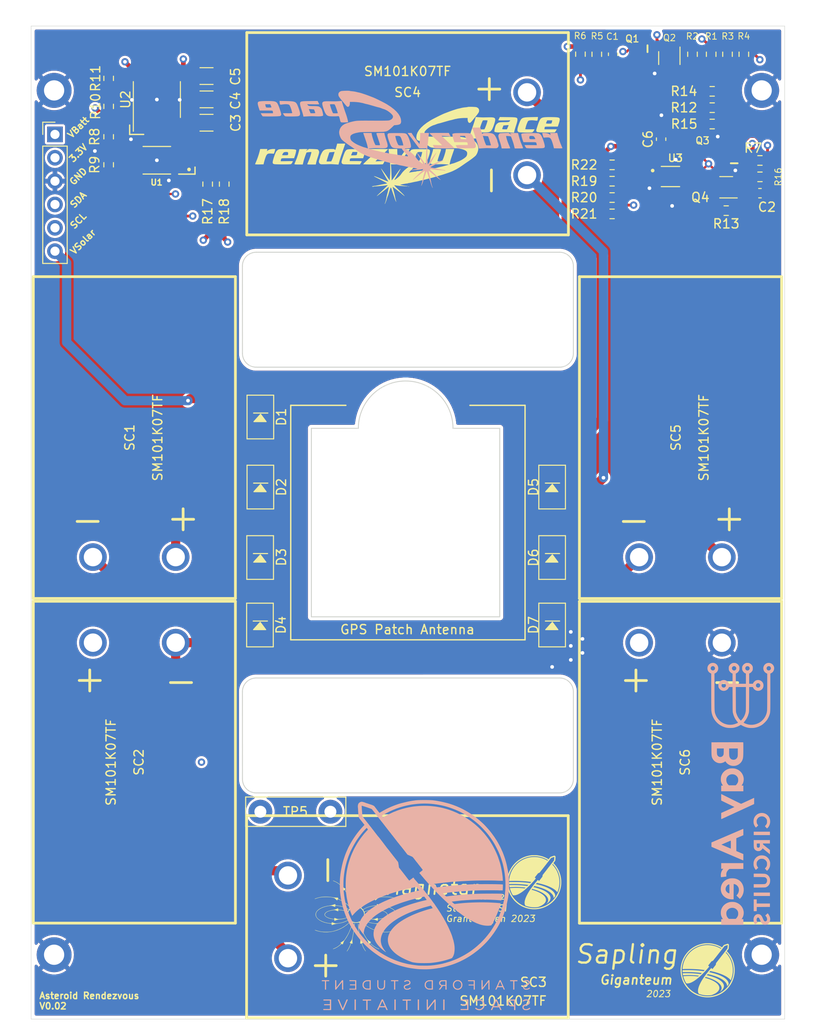
<source format=kicad_pcb>
(kicad_pcb (version 20221018) (generator pcbnew)
  (title_block (date "2022-08-16"))
  (layers (0 "F.Cu" signal) (1 "In1.Cu" signal) (2 "In2.Cu" signal) (3 "In3.Cu" signal) (4 "In4.Cu" signal) (31 "B.Cu" signal) (34 "B.Paste" user) (35 "F.Paste" user) (36 "B.SilkS" user "B.Silkscreen") (37 "F.SilkS" user "F.Silkscreen") (38 "B.Mask" user) (39 "F.Mask" user) (44 "Edge.Cuts" user))
  (net 0 "")
  (net 1 "Net-(Q1B-G1)")
  (net 2 "GND")
  (net 3 "Net-(Q3A-G2)")
  (net 4 "Net-(U1-VCC)")
  (net 5 "VBATT")
  (net 6 "+3V3")
  (net 7 "SDA")
  (net 8 "SCL")
  (net 9 "Net-(D1-A)")
  (net 10 "Net-(D2-A)")
  (net 11 "Net-(D3-A)")
  (net 12 "Net-(D4-A)")
  (net 13 "Net-(D5-A)")
  (net 14 "Net-(D6-A)")
  (net 15 "Net-(Q1A-G2)")
  (net 16 "Net-(Q1A-D1)")
  (net 17 "Net-(Q2A-B1)")
  (net 18 "Net-(Q3B-D2)")
  (net 19 "Coil_IN")
  (net 20 "Coil_OUT")
  (net 21 "Net-(Q3A-D1)")
  (net 22 "Net-(Q4A-B1)")
  (net 23 "Net-(U1-A1)")
  (net 24 "Net-(U1-A0)")
  (net 25 "Net-(U1-OUT2)")
  (net 26 "VSOLAR")
  (net 27 "SCL_ISO")
  (net 28 "SDA_ISO")
  (net 29 "Net-(U1-OUT1)")
  (net 30 "Net-(U3-ADDR)")
  (footprint "Resistor_SMD:R_0603_1608Metric" (layer "F.Cu") (at 175.406 46.876 180)
    (fp_text reference "R12")
    (fp_text value "100K")
  )
  (footprint "Resistor_SMD:R_0603_1608Metric" (layer "F.Cu") (at 164.514 56.65 180)
    (fp_text reference "R20")
    (fp_text value "0")
  )
  (footprint "Resistor_SMD:R_0603_1608Metric" (layer "F.Cu") (at 109.728 43.688 90)
    (fp_text reference "R11")
    (fp_text value "0")
  )
  (footprint "Capacitor_SMD:C_0603_1608Metric" (layer "F.Cu") (at 169.848 50.3 90)
    (fp_text reference "C6")
    (fp_text value "0.1uF")
  )
  (footprint "panels:SM101K07TF" (layer "F.Cu") (at 142.24 134.874 180)
    (fp_text reference "SC3")
    (fp_text value "SM101K07TF")
  )
  (footprint "panels:OPT3001" (layer "F.Cu") (at 170.864 54.364)
    (fp_text reference "U3")
    (fp_text value "OPT3001")
  )
  (footprint "panels:logo_SSI_small" (layer "F.Cu") (at 174.752 140.97)
    (fp_text reference "REF**" hide)
    (fp_text value "logo_SSI_small" hide)
  )
  (footprint "panels:logo_SSI_small" (layer "F.Cu") (at 155.882 131.39)
    (fp_text reference "REF**" hide)
    (fp_text value "logo_SSI_small" hide)
  )
  (footprint "Resistor_SMD:R_0603_1608Metric" (layer "F.Cu") (at 178.851 41.066 -90)
    (fp_text reference "R4")
    (fp_text value "10K")
  )
  (footprint "Capacitor_SMD:C_1206_3216Metric" (layer "F.Cu") (at 120.378 43.438 180)
    (fp_text reference "C5")
    (fp_text value "10uF")
  )
  (footprint "MountingHole:MountingHole_2.2mm_M2_DIN965_Pad_TopBottom" (layer "F.Cu") (at 180.792 138.997997)
    (fp_text reference "H30" hide)
    (fp_text value "~")
  )
  (footprint "Capacitor_SMD:C_1206_3216Metric" (layer "F.Cu") (at 120.378 48.513)
    (fp_text reference "C3")
    (fp_text value "10uF" hide)
  )
  (footprint "panels:BSS138DWQ-7" (layer "F.Cu") (at 176.931 51.723 180)
    (fp_text reference "Q3")
    (fp_text value "SOT65P210X110-6N" hide)
  )
  (footprint "panels:SM101K07TF" (layer "F.Cu") (at 112.522 118.058 90)
    (fp_text reference "SC2")
    (fp_text value "SM101K07TF")
  )
  (footprint "Resistor_SMD:R_0603_1608Metric" (layer "F.Cu") (at 175.406 45.098)
    (fp_text reference "R14")
    (fp_text value "10K")
  )
  (footprint "Resistor_SMD:R_0603_1608Metric" (layer "F.Cu") (at 162.849 41.066 90)
    (fp_text reference "R5")
    (fp_text value "200K")
  )
  (footprint "Package_SO:HTSOP-8-1EP_3.9x4.9mm_P1.27mm_EP2.4x3.2mm" (layer "F.Cu") (at 114.973 45.991 90)
    (fp_text reference "U2")
    (fp_text value "BD50GC0WEFJ")
  )
  (footprint "Resistor_SMD:R_0603_1608Metric" (layer "F.Cu") (at 177.073 41.066 90)
    (fp_text reference "R3")
    (fp_text value "10K")
  )
  (footprint "panels:DO-214AC" (layer "F.Cu") (at 157.988 95.8 -90)
    (fp_text reference "D6")
    (fp_text value "CDBA240LL")
  )
  (footprint "panels:DO-214AC" (layer "F.Cu") (at 126.238 80.518 -90)
    (fp_text reference "D1")
    (fp_text value "CDBA240LL")
  )
  (footprint "Resistor_SMD:R_0603_1608Metric" (layer "F.Cu") (at 109.728 46.736 90)
    (fp_text reference "R10")
    (fp_text value "0")
  )
  (footprint "Capacitor_SMD:C_0603_1608Metric" (layer "F.Cu") (at 180.606 56.176)
    (fp_text reference "C2")
    (fp_text value "10nF")
  )
  (footprint "panels:DRV8830DGQ" (layer "F.Cu") (at 114.973 52.595 180)
    (fp_text reference "U1")
    (fp_text value "DRV8830DGQ" hide)
  )
  (footprint "Capacitor_SMD:C_1206_3216Metric" (layer "F.Cu") (at 120.378 45.973)
    (fp_text reference "C4")
    (fp_text value "10uF" hide)
  )
  (footprint "panels:DO-214AC" (layer "F.Cu") (at 126.238 88.138 -90)
    (fp_text reference "D2")
    (fp_text value "CDBA240LL")
  )
  (footprint "Resistor_SMD:R_0603_1608Metric" (layer "F.Cu") (at 164.514 53.094)
    (fp_text reference "R22")
    (fp_text value "0")
  )
  (footprint "Resistor_SMD:R_0603_1608Metric" (layer "F.Cu") (at 180.603 52.617)
    (fp_text reference "R7")
    (fp_text value "0")
  )
  (footprint "Connector_PinHeader_2.54mm:PinHeader_1x06_P2.54mm_Vertical" (layer "F.Cu") (at 103.886 49.784)
    (fp_text reference "J6" hide)
    (fp_text value "Through_Hole_1")
  )
  (footprint "panels:SLAB_logo" (layer "F.Cu") (at 142.020362 50.769096)
    (fp_text reference "REF**" hide)
    (fp_text value "SLAB_logo" hide)
  )
  (footprint "Capacitor_SMD:C_0603_1608Metric" (layer "F.Cu") (at 164.627 41.066 90)
    (fp_text reference "C1")
    (fp_text value "10nF")
  )
  (footprint "Resistor_SMD:R_0603_1608Metric" (layer "F.Cu") (at 109.728 50.038 -90)
    (fp_text reference "R8")
    (fp_text value "0")
  )
  (footprint "panels:logo_magnet_1" (layer "F.Cu") (at 136.652 134.62)
    (fp_text reference "REF**" hide)
    (fp_text value "logo_magnet_1" hide)
  )
  (footprint "panels:DO-214AC" (layer "F.Cu") (at 126.214 95.8 -90)
    (fp_text reference "D3")
    (fp_text value "CDBA240LL")
  )
  (footprint "Resistor_SMD:R_0603_1608Metric" (layer "F.Cu") (at 176.931 58.073 180)
    (fp_text reference "R13")
    (fp_text value "680")
  )
  (footprint "panels:SM101K07TF" (layer "F.Cu") (at 112.522 82.752 -90)
    (fp_text reference "SC1")
    (fp_text value "SM101K07TF")
  )
  (footprint "Resistor_SMD:R_0603_1608Metric" (layer "F.Cu") (at 120.503 55.188 -90)
    (fp_text reference "R17")
    (fp_text value "0")
  )
  (footprint "Package_TO_SOT_SMD:SOT-363_SC-70-6" (layer "F.Cu") (at 176.931 55.533 180)
    (fp_text reference "Q4")
    (fp_text value "MBT2222ADW1T1")
  )
  (footprint "panels:SM101K07TF" (layer "F.Cu") (at 171.958 82.758 -90)
    (fp_text reference "SC5")
    (fp_text value "SM101K07TF")
  )
  (footprint "MountingHole:MountingHole_2.2mm_M2_DIN965_Pad_TopBottom" (layer "F.Cu") (at 103.792 44.997997)
    (fp_text reference "H25" hide)
    (fp_text value "~")
  )
  (footprint "Resistor_SMD:R_0603_1608Metric" (layer "F.Cu") (at 109.728 53.086 -90)
    (fp_text reference "R9")
    (fp_text value "0")
  )
  (footprint "Resistor_SMD:R_0603_1608Metric" (layer "F.Cu") (at 180.606 54.398)
    (fp_text reference "R16")
    (fp_text value "200K")
  )
  (footprint "Package_TO_SOT_SMD:SOT-363_SC-70-6" (layer "F.Cu") (at 170.744 41.481 -90)
    (fp_text reference "Q2")
    (fp_text value "MBT2222ADW1T1")
  )
  (footprint "panels:BSS138DWQ-7" (layer "F.Cu") (at 167.167 41.331 -90)
    (fp_text reference "Q1")
    (fp_text value "SOT65P210X110-6N" hide)
  )
  (footprint "Resistor_SMD:R_0603_1608Metric" (layer "F.Cu") (at 175.406 48.654 180)
    (fp_text reference "R15")
    (fp_text value "10K")
  )
  (footprint "Resistor_SMD:R_0603_1608Metric" (layer "F.Cu") (at 173.263 41.066 90)
    (fp_text reference "R2")
    (fp_text value "680")
  )
  (footprint "Resistor_SMD:R_0603_1608Metric" (layer "F.Cu") (at 164.514 58.428 180)
    (fp_text reference "R21")
    (fp_text value "0")
  )
  (footprint "Resistor_SMD:R_0603_1608Metric" (layer "F.Cu") (at 161.069 41.056 90)
    (fp_text reference "R6")
    (fp_text value "0")
  )
  (footprint "MountingHole:MountingHole_2.2mm_M2_DIN965_Pad_TopBottom" (layer "F.Cu") (at 103.792 138.997997)
    (fp_text reference "H28" hide)
    (fp_text value "~")
  )
  (footprint "panels:DO-214AC" (layer "F.Cu") (at 157.988 103.14 -90)
    (fp_text reference "D7")
    (fp_text value "CDBA240LL")
  )
  (footprint "panels:DO-214AC" (layer "F.Cu") (at 126.194 103.14 -90)
    (fp_text reference "D4")
    (fp_text value "CDBA240LL")
  )
  (footprint "panels:SM101K07TF" (layer "F.Cu") (at 142.26 49.71)
    (fp_text reference "SC4")
    (fp_text value "SM101K07TF")
  )
  (footprint "MountingHole:MountingHole_2.2mm_M2_DIN965_Pad_TopBottom" (layer "F.Cu") (at 180.792 44.997997)
    (fp_text reference "H27" hide)
    (fp_text value "~" hide)
  )
  (footprint "Resistor_SMD:R_0603_1608Metric" (layer "F.Cu") (at 164.514 54.872)
    (fp_text reference "R19")
    (fp_text value "0")
  )
  (footprint "Resistor_SMD:R_0603_1608Metric" (layer "F.Cu") (at 175.295 41.066 -90)
    (fp_text reference "R1")
    (fp_text value "100K")
  )
  (footprint "Resistor_SMD:R_0603_1608Metric" (layer "F.Cu") (at 122.303 55.188 -90)
    (fp_text reference "R18")
    (fp_text value "0")
  )
  (footprint "panels:TestPointConnection" (layer "F.Cu") (at 130.058 123.944)
    (fp_text reference "TP5")
    (fp_text value "Start/End Connection" hide)
  )
  (footprint "panels:DO-214AC" (layer "F.Cu") (at 157.988 88.138 -90)
    (fp_text reference "D5")
    (fp_text value "CDBA240LL")
  )
  (footprint "panels:SM101K07TF" (layer "F.Cu") (at 171.958 118.066 90)
    (fp_text reference "SC6")
    (fp_text value "SM101K07TF")
  )
  (footprint "panels:SLAB_logo" (layer "B.Cu") (at 142.748 49.022 180)
    (fp_text reference "REF**" hide)
    (fp_text value "SLAB_logo" hide)
  )
  (footprint "panels:logo_SSI" (layer "B.Cu") (at 143.877237 132.058228 180)
    (fp_text reference "REF**" hide)
    (fp_text value "logo_SSI" hide)
  )
  (footprint "panels:BAC_logo" (layer "B.Cu") (at 178.1 121.73 -90)
    (fp_text reference "REF**" hide)
    (fp_text value "BAC_logo" hide)
  )
  (gr_line (start 129.542 79.247997) (end 135.542 79.247997) (stroke (width 0.15)) (layer "F.SilkS"))
  (gr_line (start 149.042 79.247997) (end 155.042 79.247997) (stroke (width 0.15)) (layer "F.SilkS"))
  (gr_line (start 112.014 49.784) (end 112.014 48.768) (stroke (width 0.15)) (layer "F.SilkS"))
  (gr_line (start 129.542 104.747997) (end 155.042 104.747997) (stroke (width 0.15)) (layer "F.SilkS"))
  (gr_line (start 113.538 49.784) (end 112.014 49.784) (stroke (width 0.15)) (layer "F.SilkS"))
  (gr_line (start 119.126 54.102) (end 119.126 53.34) (stroke (width 0.15)) (layer "F.SilkS"))
  (gr_line (start 117.348 54.102) (end 119.126 54.102) (stroke (width 0.15)) (layer "F.SilkS"))
  (gr_line (start 155.042 104.747997) (end 155.042 79.247997) (stroke (width 0.15)) (layer "F.SilkS"))
  (gr_line (start 129.542 104.747997) (end 129.542 79.247997) (stroke (width 0.15)) (layer "F.SilkS"))
  (gr_line (start 101.292 145.997997) (end 183.292 145.997997) (stroke (width 0.05)) (layer "Edge.Cuts"))
  (gr_line (start 131.79 102.247994) (end 131.79 81.747994) (stroke (width 0.1)) (layer "Edge.Cuts"))
  (gr_line (start 183.292 37.997997) (end 101.292 37.997997) (stroke (width 0.05)) (layer "Edge.Cuts"))
  (gr_line (start 136.9 81.75) (end 131.79 81.747994) (stroke (width 0.1)) (layer "Edge.Cuts"))
  (gr_arc (start 125.78917 75.097667) (mid 124.72851 74.658327) (end 124.28917 73.597667) (stroke (width 0.1)) (layer "Edge.Cuts"))
  (gr_arc (start 160.3 119.9) (mid 159.86066 120.96066) (end 158.8 121.4) (stroke (width 0.1)) (layer "Edge.Cuts"))
  (gr_arc (start 124.28566 110.40066) (mid 124.725 109.34) (end 125.78566 108.90066) (stroke (width 0.1)) (layer "Edge.Cuts"))
  (gr_line (start 183.292 145.997997) (end 183.292 37.997997) (stroke (width 0.05)) (layer "Edge.Cuts"))
  (gr_line (start 160.299171 64.097667) (end 160.29917 73.597667) (stroke (width 0.1)) (layer "Edge.Cuts"))
  (gr_arc (start 125.79 121.4) (mid 124.72934 120.96066) (end 124.29 119.9) (stroke (width 0.1)) (layer "Edge.Cuts"))
  (gr_arc (start 160.29917 73.597667) (mid 159.85983 74.658327) (end 158.79917 75.097667) (stroke (width 0.1)) (layer "Edge.Cuts"))
  (gr_line (start 152.29 102.247994) (end 152.29 81.747994) (stroke (width 0.1)) (layer "Edge.Cuts"))
  (gr_line (start 101.292 145.997997) (end 101.292 37.997997) (stroke (width 0.05)) (layer "Edge.Cuts"))
  (gr_line (start 158.799171 62.597667) (end 125.78483 62.598327) (stroke (width 0.1)) (layer "Edge.Cuts"))
  (gr_arc (start 136.9 81.75) (mid 142.05 76.597954) (end 147.2 81.75) (stroke (width 0.1)) (layer "Edge.Cuts"))
  (gr_line (start 124.28917 73.597667) (end 124.28483 64.098327) (stroke (width 0.1)) (layer "Edge.Cuts"))
  (gr_line (start 147.2 81.75) (end 152.29 81.747994) (stroke (width 0.1)) (layer "Edge.Cuts"))
  (gr_arc (start 124.28483 64.098327) (mid 124.72417 63.037667) (end 125.78483 62.598327) (stroke (width 0.1)) (layer "Edge.Cuts"))
  (gr_arc (start 158.799171 62.597667) (mid 159.859831 63.037007) (end 160.299171 64.097667) (stroke (width 0.1)) (layer "Edge.Cuts"))
  (gr_line (start 125.79 121.4) (end 158.8 121.4) (stroke (width 0.1)) (layer "Edge.Cuts"))
  (gr_arc (start 158.800001 108.9) (mid 159.860661 109.33934) (end 160.300001 110.4) (stroke (width 0.1)) (layer "Edge.Cuts"))
  (gr_line (start 131.79 102.247994) (end 152.29 102.247994) (stroke (width 0.1)) (layer "Edge.Cuts"))
  (gr_line (start 124.29 119.9) (end 124.28566 110.40066) (stroke (width 0.1)) (layer "Edge.Cuts"))
  (gr_line (start 125.78917 75.097667) (end 158.79917 75.097667) (stroke (width 0.1)) (layer "Edge.Cuts"))
  (gr_line (start 158.800001 108.9) (end 125.78566 108.90066) (stroke (width 0.1)) (layer "Edge.Cuts"))
  (gr_line (start 160.300001 110.4) (end 160.3 119.9) (stroke (width 0.1)) (layer "Edge.Cuts"))
  (gr_text "Stanford SSI \nGrant Regen 2023" (at 146.382 134.51) (layer "F.SilkS") (effects (font (size 0.7 0.7) (thickness 0.1) italic) (justify left)))
  (gr_text "GPS Patch Antenna" (at 142.24 103.632) (layer "F.SilkS") (effects (font (size 1 1))))
  (gr_text "VBatt" (at 106.426 49.022 45) (layer "F.SilkS") (effects (font (size 0.7 0.7))))
  (gr_text "Ver 0.2" (at 151.432 132.73) (layer "F.SilkS") (effects (font (size 0.5 0.5) (thickness 0.1))))
  (gr_text "VSolar" (at 106.934 61.468 45) (layer "F.SilkS") (effects (font (size 0.7 0.7))))
  (gr_text "Asteroid Rendezvous\nV0.02 " (at 102.108 144.018) (layer "F.SilkS") (effects (font (size 0.7 0.7)) (justify left)))
  (gr_text "2023" (at 168.148 143.256) (layer "F.SilkS") (effects (font (size 0.7 0.7) (thickness 0.1) italic) (justify left)))
  (gr_text "SDA" (at 106.426 56.896 45) (layer "F.SilkS") (effects (font (size 0.7 0.7))))
  (gr_text "GND" (at 106.426 54.356 45) (layer "F.SilkS") (effects (font (size 0.7 0.7))))
  (gr_text "Sapling" (at 166.116 138.938) (layer "F.SilkS") (effects (font (size 2 2) (thickness 0.25) italic)))
  (gr_text "3.3V" (at 106.426 51.816 45) (layer "F.SilkS") (effects (font (size 0.7 0.7))))
  (gr_text "Giganteum" (at 167.132 141.732) (layer "F.SilkS") (effects (font (size 1 1) (thickness 0.18) italic)))
  (gr_text "Magnetar" (at 144.862 131.71) (layer "F.SilkS") (effects (font (size 1.5 1.5) (thickness 0.2) italic)))
  (gr_text "SCL" (at 106.426 59.182 45) (layer "F.SilkS") (effects (font (size 0.7 0.7))))
  (segment (start 165.477 41.623) (end 167.115 41.623) (width 0.306) (layer "F.Cu") (net 1))
  (segment (start 164.627 41.841) (end 165.259 41.841) (width 0.306) (layer "F.Cu") (net 1))
  (segment (start 162.849 41.891) (end 164.577 41.891) (width 0.5) (layer "F.Cu") (net 1))
  (segment (start 167.115 41.623) (end 167.167 41.675) (width 0.306) (layer "F.Cu") (net 1))
  (segment (start 167.167 41.675) (end 167.167 42.281) (width 0.306) (layer "F.Cu") (net 1))
  (segment (start 164.577 41.891) (end 164.627 41.841) (width 0.5) (layer "F.Cu") (net 1))
  (segment (start 165.259 41.841) (end 165.477 41.623) (width 0.306) (layer "F.Cu") (net 1))
  (segment (start 164.627 40.291) (end 164.409 40.291) (width 0.25) (layer "F.Cu") (net 2))
  (segment (start 114.9745 45.9925) (end 114.973 45.991) (width 0.5) (layer "F.Cu") (net 2))
  (segment (start 115.608 48.641) (end 116.878 48.641) (width 0.5) (layer "F.Cu") (net 2))
  (segment (start 117.073 51.595) (end 115.973 51.595) (width 0.29) (layer "F.Cu") (net 2))
  (segment (start 114.338 43.341) (end 115.608 43.341) (width 0.5) (layer "F.Cu") (net 2))
  (segment (start 164.219 40.291) (end 163.629 40.881) (width 0.25) (layer "F.Cu") (net 2))
  (segment (start 114.338 45.356) (end 114.973 45.991) (width 0.5) (layer "F.Cu") (net 2))
  (segment (start 116.878 47.896) (end 114.9745 45.9925) (width 0.5) (layer "F.Cu") (net 2))
  (segment (start 116.878 48.641) (end 116.878 47.896) (width 0.5) (layer "F.Cu") (net 2))
  (segment (start 115.608 43.341) (end 115.608 45.356) (width 0.5) (layer "F.Cu") (net 2))
  (segment (start 115.608 46.626) (end 114.973 45.991) (width 0.5) (layer "F.Cu") (net 2))
  (segment (start 164.627 40.291) (end 164.219 40.291) (width 0.25) (layer "F.Cu") (net 2))
  (segment (start 169.869 55.014) (end 169.869 55.565) (width 0.25) (layer "F.Cu") (net 2))
  (segment (start 115.473 53.095) (end 114.973 52.595) (width 0.3) (layer "F.Cu") (net 2))
  (segment (start 115.973 51.595) (end 114.973 52.595) (width 0.29) (layer "F.Cu") (net 2))
  (segment (start 115.608 45.356) (end 114.973 45.991) (width 0.5) (layer "F.Cu") (net 2))
  (segment (start 115.608 48.641) (end 115.608 46.626) (width 0.5) (layer "F.Cu") (net 2))
  (segment (start 164.409 40.291) (end 163.719 40.981) (width 0.25) (layer "F.Cu") (net 2))
  (segment (start 117.073 53.095) (end 115.473 53.095) (width 0.28) (layer "F.Cu") (net 2))
  (segment (start 114.338 43.341) (end 114.338 45.356) (width 0.5) (layer "F.Cu") (net 2))
  (via (at 169.144 43.156) (size 0.8) (drill 0.4) (layers "F.Cu" "B.Cu") (net 2))
  (via (at 169.881 47.698) (size 0.8) (drill 0.4) (layers "F.Cu" "B.Cu") (net 2))
  (via (at 117.457 46.02) (size 0.8) (drill 0.4) (layers "F.Cu" "B.Cu") (net 2))
  (via (at 114.973 52.595) (size 0.8) (drill 0.4) (layers "F.Cu" "B.Cu") (net 2))
  (via (at 176.01 50.02) (size 0.8) (drill 0.4) (layers "F.Cu" "B.Cu") (net 2))
  (via (at 116.278 54.788) (size 0.8) (drill 0.4) (layers "F.Cu" "B.Cu") (net 2))
  (via (at 160.02 103.886) (size 0.8) (drill 0.4) (layers "F.Cu" "B.Cu") (net 2))
  (via (at 160.02 105.41) (size 0.8) (drill 0.4) (layers "F.Cu" "B.Cu") (net 2))
  (via (at 157.988 107.696) (size 0.8) (drill 0.4) (layers "F.Cu" "B.Cu") (net 2))
  (via (at 161.29 104.648) (size 0.8) (drill 0.4) (layers "F.Cu" "B.Cu") (net 2))
  (via (at 160.02 106.934) (size 0.8) (drill 0.4) (layers "F.Cu" "B.Cu") (net 2))
  (via (at 177.926 53.698) (size 0.8) (drill 0.4) (layers "F.Cu" "B.Cu") (net 2))
  (via (at 171.436 52.528) (size 0.8) (drill 0.4) (layers "F.Cu" "B.Cu") (net 2))
  (via (at 112.153 50.313) (size 0.8) (drill 0.4) (layers "F.Cu" "B.Cu") (net 2))
  (via (at 114.9745 45.9925) (size 0.8) (drill 0.4) (layers "F.Cu" "B.Cu") (net 2))
  (via (at 108.228 51.588) (size 0.8) (drill 0.4) (layers "F.Cu" "B.Cu") (net 2))
  (via (at 161.29 106.172) (size 0.8) (drill 0.4) (layers "F.Cu" "B.Cu") (net 2))
  (via (at 112.257 46.03) (size 0.8) (drill 0.4) (layers "F.Cu" "B.Cu") (net 2))
  (via (at 168.578 55.634) (size 0.8) (drill 0.4) (layers "F.Cu" "B.Cu") (net 2))
  (via (at 171.046 57.558) (size 0.8) (drill 0.4) (layers "F.Cu" "B.Cu") (net 2))
  (segment (start 178.391 51.723) (end 177.881 51.723) (width 0.25) (layer "F.Cu") (net 3))
  (segment (start 179.831 54.448) (end 179.781 54.398) (width 0.5) (layer "F.Cu") (net 3))
  (segment (start 179.781 54.398) (end 180.51 53.669) (width 0.25) (layer "F.Cu") (net 3))
  (segment (start 179.831 56.176) (end 179.831 54.448) (width 0.5) (layer "F.Cu") (net 3))
  (segment (start 179.477624 50.04) (end 178.68 50.837624) (width 0.25) (layer "F.Cu") (net 3))
  (segment (start 180.082376 50.04) (end 179.477624 50.04) (width 0.25) (layer "F.Cu") (net 3))
  (segment (start 178.68 50.837624) (end 178.68 51.434) (width 0.25) (layer "F.Cu") (net 3))
  (segment (start 178.68 51.434) (end 178.391 51.723) (width 0.25) (layer "F.Cu") (net 3))
  (segment (start 180.51 53.669) (end 180.51 50.467624) (width 0.25) (layer "F.Cu") (net 3))
  (segment (start 179.781 54.398) (end 179.586 54.398) (width 0.25) (layer "F.Cu") (net 3))
  (segment (start 180.51 50.467624) (end 180.082376 50.04) (width 0.25) (layer "F.Cu") (net 3))
  (segment (start 115.653 50.463) (end 119.253 50.463) (width 0.306) (layer "F.Cu") (net 4))
  (segment (start 114.338 49.673) (end 115.128 50.463) (width 0.306) (layer "F.Cu") (net 4))
  (segment (start 121.853 48.838) (end 121.853 48.513) (width 0.3) (layer "F.Cu") (net 4))
  (segment (start 114.338 48.641) (end 114.338 49.673) (width 0.306) (layer "F.Cu") (net 4))
  (segment (start 119.253 50.463) (end 119.7405 50.9505) (width 0.306) (layer "F.Cu") (net 4))
  (segment (start 121.853 45.973) (end 121.853 48.513) (width 1) (layer "F.Cu") (net 4))
  (segment (start 118.172022 52.095) (end 119.316522 50.9505) (width 0.25) (layer "F.Cu") (net 4))
  (segment (start 113.068 48.641) (end 113.068 49.828) (width 0.306) (layer "F.Cu") (net 4))
  (segment (start 115.128 50.463) (end 115.653 50.463) (width 0.306) (layer "F.Cu") (net 4))
  (segment (start 117.073 52.095) (end 118.172022 52.095) (width 0.25) (layer "F.Cu") (net 4))
  (segment (start 119.316522 50.9505) (end 119.7405 50.9505) (width 0.25) (layer "F.Cu") (net 4))
  (segment (start 119.7405 50.9505) (end 121.853 48.838) (width 0.3) (layer "F.Cu") (net 4))
  (segment (start 113.703 50.463) (end 115.653 50.463) (width 0.306) (layer "F.Cu") (net 4))
  (segment (start 113.068 49.828) (end 113.703 50.463) (width 0.306) (layer "F.Cu") (net 4))
  (segment (start 113.068 48.641) (end 114.338 48.641) (width 0.5) (layer "F.Cu") (net 4))
  (segment (start 112.956 43.341) (end 111.503 41.888) (width 0.5) (layer "F.Cu") (net 5))
  (segment (start 109.728 47.561) (end 108.904 47.561) (width 0.5) (layer "F.Cu") (net 5))
  (segment (start 108.904 47.561) (end 108.257 46.914) (width 0.5) (layer "F.Cu") (net 5))
  (segment (start 117.853 42.366) (end 116.878 43.341) (width 0.5) (layer "F.Cu") (net 5))
  (segment (start 113.068 43.341) (end 112.956 43.341) (width 0.5) (layer "F.Cu") (net 5))
  (segment (start 117.853 41.588) (end 117.853 42.388) (width 0.5) (layer "F.Cu") (net 5))
  (segment (start 117.853 42.388) (end 118.903 43.438) (width 0.5) (layer "F.Cu") (net 5))
  (segment (start 109.728 47.561) (end 109.728 49.213) (width 0.5) (layer "F.Cu") (net 5))
  (segment (start 117.853 41.588) (end 117.853 42.366) (width 0.5) (layer "F.Cu") (net 5))
  (via (at 117.853 41.588) (size 0.8) (drill 0.4) (layers "F.Cu" "B.Cu") (net 5))
  (via (at 108.257 46.914) (size 0.8) (drill 0.4) (layers "F.Cu" "B.Cu") (net 5))
  (via (at 111.503 41.888) (size 0.8) (drill 0.4) (layers "F.Cu" "B.Cu") (net 5))
  (segment (start 169.848 51.075) (end 171.679 51.075) (width 0.5) (layer "F.Cu") (net 6))
  (segment (start 169.848 51.075) (end 169.848 53.693) (width 0.306) (layer "F.Cu") (net 6))
  (segment (start 174.581 46.876) (end 174.581 48.654) (width 0.5) (layer "F.Cu") (net 6))
  (segment (start 169.848 53.693) (end 169.869 53.714) (width 0.306) (layer "F.Cu") (net 6))
  (segment (start 163.689 51.779) (end 163.689 53.094) (width 0.5) (layer "F.Cu") (net 6))
  (segment (start 164.393 51.075) (end 164.376 51.092) (width 0.5) (layer "F.Cu") (net 6))
  (segment (start 164.376 51.092) (end 163.689 51.779) (width 0.5) (layer "F.Cu") (net 6))
  (segment (start 174.581 45.098) (end 174.581 44.544) (width 0.5) (layer "F.Cu") (net 6))
  (segment (start 174.1 48.654) (end 174.581 48.654) (width 0.5) (layer "F.Cu") (net 6))
  (segment (start 175.295 41.891) (end 177.073 41.891) (width 0.5) (layer "F.Cu") (net 6))
  (segment (start 175.295 41.891) (end 175.295 43.83) (width 0.5) (layer "F.Cu") (net 6))
  (segment (start 171.679 51.075) (end 174.1 48.654) (width 0.5) (layer "F.Cu") (net 6))
  (segment (start 174.581 44.544) (end 175.295 43.83) (width 0.5) (layer "F.Cu") (net 6))
  (segment (start 177.073 41.891) (end 178.851 41.891) (width 0.5) (layer "F.Cu") (net 6))
  (segment (start 169.848 51.075) (end 164.393 51.075) (width 0.5) (layer "F.Cu") (net 6))
  (segment (start 174.581 45.098) (end 174.581 46.876) (width 0.5) (layer "F.Cu") (net 6))
  (via (at 164.376 51.092) (size 0.8) (drill 0.4) (layers "F.Cu" "B.Cu") (net 6))
  (segment (start 179.778 52.617) (end 179.78 52.615) (width 0.5) (layer "F.Cu") (net 7))
  (segment (start 178.651 54.883) (end 179.051 54.483) (width 0.25) (layer "F.Cu") (net 7))
  (segment (start 178.651 54.883) (end 178.706 54.938) (width 0.25) (layer "F.Cu") (net 7))
  (segment (start 179.051 54.483) (end 179.051 53.903467) (width 0.25) (layer "F.Cu") (net 7))
  (segment (start 178.706 56.038) (end 178.561 56.183) (width 0.25) (layer "F.Cu") (net 7))
  (segment (start 179.778 53.176467) (end 179.778 52.617) (width 0.25) (layer "F.Cu") (net 7))
  (segment (start 177.881 56.183) (end 177.891 56.183) (width 0.306) (layer "F.Cu") (net 7))
  (segment (start 177.881 54.883) (end 178.651 54.883) (width 0.25) (layer "F.Cu") (net 7))
  (segment (start 178.561 56.183) (end 177.881 56.183) (width 0.25) (layer "F.Cu") (net 7))
  (segment (start 179.78 52.615) (end 179.78 50.77) (width 0.5) (layer "F.Cu") (net 7))
  (segment (start 178.706 54.938) (end 178.706 56.038) (width 0.25) (layer "F.Cu") (net 7))
  (segment (start 179.051 53.903467) (end 179.778 53.176467) (width 0.25) (layer "F.Cu") (net 7))
  (via (at 179.78 50.77) (size 0.8) (drill 0.4) (layers "F.Cu" "B.Cu") (net 7))
  (segment (start 170.238 39.756) (end 171.199022 39.756) (width 0.306) (layer "F.Cu") (net 8))
  (segment (start 169.763 39.9) (end 169.394 39.531) (width 0.306) (layer "F.Cu") (net 8))
  (segment (start 161.069 43.856) (end 161.069 41.881) (width 0.306) (layer "F.Cu") (net 8))
  (segment (start 170.094 39.9) (end 169.763 39.9) (width 0.306) (layer "F.Cu") (net 8))
  (segment (start 171.199022 39.756) (end 171.394 39.950978) (width 0.306) (layer "F.Cu") (net 8))
  (segment (start 171.394 39.950978) (end 171.394 40.531) (width 0.306) (layer "F.Cu") (net 8))
  (segment (start 170.094 39.9) (end 170.238 39.756) (width 0.306) (layer "F.Cu") (net 8))
  (segment (start 169.394 39.531) (end 169.394 38.95) (width 0.306) (layer "F.Cu") (net 8))
  (segment (start 170.094 40.531) (end 170.094 39.9) (width 0.306) (layer "F.Cu") (net 8))
  (via (at 169.394 38.95) (size 0.8) (drill 0.4) (layers "F.Cu" "B.Cu") (net 8))
  (via (at 161.069 43.856) (size 0.8) (drill 0.4) (layers "F.Cu" "B.Cu") (net 8))
  (segment (start 117.022 91.258) (end 122.142 86.138) (width 1) (layer "F.Cu") (net 9))
  (segment (start 122.142 86.138) (end 126.238 86.138) (width 1) (layer "F.Cu") (net 9))
  (segment (start 126.238 82.518) (end 126.238 86.138) (width 1) (layer "F.Cu") (net 9))
  (segment (start 117.022 95.752) (end 117.022 91.258) (width 1) (layer "F.Cu") (net 9))
  (segment (start 120.192 99.822) (end 126.214 93.8) (width 1) (layer "F.Cu") (net 10))
  (segment (start 112.092 99.822) (end 120.192 99.822) (width 1) (layer "F.Cu") (net 10))
  (segment (start 108.022 95.752) (end 112.092 99.822) (width 1) (layer "F.Cu") (net 10))
  (segment (start 126.214 90.162) (end 126.238 90.138) (width 1) (layer "F.Cu") (net 10))
  (segment (start 126.214 93.8) (end 126.214 90.162) (width 1) (layer "F.Cu") (net 10))
  (segment (start 126.194 101.14) (end 126.194 97.82) (width 1) (layer "F.Cu") (net 11))
  (segment (start 124.254 101.14) (end 126.194 101.14) (width 1) (layer "F.Cu") (net 11))
  (segment (start 117.022 126.648) (end 129.24 138.866) (width 1) (layer "F.Cu") (net 11))
  (segment (start 120.24 105.058) (end 124.206 101.092) (width 1) (layer "F.Cu") (net 11))
  (segment (start 117.022 105.058) (end 120.24 105.058) (width 1) (layer "F.Cu") (net 11))
  (segment (start 126.194 97.82) (end 126.214 97.8) (width 1) (layer "F.Cu") (net 11))
  (segment (start 117.022 105.058) (end 117.022 126.648) (width 1) (layer "F.Cu") (net 11))
  (segment (start 124.206 101.092) (end 124.254 101.14) (width 1) (layer "F.Cu") (net 11))
  (segment (start 126.194 105.14) (end 125.492 105.14) (width 1) (layer "F.Cu") (net 12))
  (segment (start 121.412 109.22) (end 121.412 125.476) (width 1) (layer "F.Cu") (net 12))
  (segment (start 121.412 125.476) (end 125.802 129.866) (width 1) (layer "F.Cu") (net 12))
  (segment (start 163.322 62.992) (end 163.322 80.804) (width 1) (layer "F.Cu") (net 12))
  (segment (start 125.802 129.866) (end 129.24 129.866) (width 1) (layer "F.Cu") (net 12))
  (segment (start 126.194 105.14) (end 126.194 105.62) (width 1) (layer "F.Cu") (net 12))
  (segment (start 126.194 105.62) (end 127.762 107.188) (width 1) (layer "F.Cu") (net 12))
  (segment (start 159.512 59.182) (end 163.322 62.992) (width 1) (layer "F.Cu") (net 12))
  (segment (start 125.492 105.14) (end 121.412 109.22) (width 1) (layer "F.Cu") (net 12))
  (segment (start 155.448 106.172) (end 155.448 86.614) (width 1) (layer "F.Cu") (net 12))
  (segment (start 155.448 86.614) (end 155.924 86.138) (width 1) (layer "F.Cu") (net 12))
  (segment (start 155.26 45.21) (end 159.512 49.462) (width 1) (layer "F.Cu") (net 12))
  (segment (start 154.432 107.188) (end 155.448 106.172) (width 1) (layer "F.Cu") (net 12))
  (segment (start 159.512 49.462) (end 159.512 59.182) (width 1) (layer "F.Cu") (net 12))
  (segment (start 163.322 80.804) (end 157.988 86.138) (width 1) (layer "F.Cu") (net 12))
  (segment (start 155.924 86.138) (end 157.988 86.138) (width 1) (layer "F.Cu") (net 12))
  (segment (start 127.762 107.188) (end 154.432 107.188) (width 1) (layer "F.Cu") (net 12))
  (segment (start 163.248 93.8) (end 165.862 91.186) (width 1) (layer "F.Cu") (net 13))
  (segment (start 157.988 93.8) (end 157.988 90.138) (width 1) (layer "F.Cu") (net 13))
  (segment (start 157.988 93.8) (end 163.248 93.8) (width 1) (layer "F.Cu") (net 13))
  (segment (start 171.886 91.186) (end 176.458 95.758) (width 1) (layer "F.Cu") (net 13))
  (segment (start 160.56 90.138) (end 163.576 87.122) (width 1) (layer "F.Cu") (net 13))
  (segment (start 157.988 90.138) (end 160.56 90.138) (width 1) (layer "F.Cu") (net 13))
  (segment (start 165.862 91.186) (end 171.886 91.186) (width 1) (layer "F.Cu") (net 13))
  (via (at 163.576 87.122) (size 0.8) (drill 0.4) (layers "F.Cu" "B.Cu") (net 13))
  (segment (start 163.576 62.526) (end 155.26 54.21) (width 1) (layer "B.Cu") (net 13))
  (segment (start 163.576 87.122) (end 163.576 62.526) (width 1) (layer "B.Cu") (net 13))
  (segment (start 165.416 97.8) (end 167.458 95.758) (width 1) (layer "F.Cu") (net 14))
  (segment (start 157.988 97.8) (end 165.416 97.8) (width 1) (layer "F.Cu") (net 14))
  (segment (start 157.988 97.8) (end 157.988 101.14) (width 1) (layer "F.Cu") (net 14))
  (segment (start 167.167 40.381) (end 166.517 40.381) (width 0.25) (layer "F.Cu") (net 15))
  (segment (start 165.69 40.77) (end 166.128 40.77) (width 0.25) (layer "F.Cu") (net 15))
  (segment (start 175.204 40.241) (end 174.2815 39.3185) (width 0.306) (layer "F.Cu") (net 15))
  (segment (start 166.128 40.77) (end 166.517 40.381) (width 0.25) (layer "F.Cu") (net 15))
  (segment (start 175.295 40.241) (end 175.204 40.241) (width 0.306) (layer "F.Cu") (net 15))
  (via (at 174.2815 39.406) (size 0.8) (drill 0.4) (layers "F.Cu" "B.Cu") (net 15))
  (via (at 165.69 40.77) (size 0.8) (drill 0.4) (layers "F.Cu" "B.Cu") (net 15))
  (segment (start 170.519 44.331) (end 170.744 44.106) (width 0.306) (layer "F.Cu") (net 16))
  (segment (start 170.744 44.106) (end 170.744 42.431) (width 0.306) (layer "F.Cu") (net 16))
  (segment (start 167.817 42.281) (end 167.817 43.354) (width 0.306) (layer "F.Cu") (net 16))
  (segment (start 177.073 40.241) (end 177.073 40.307) (width 0.25) (layer "F.Cu") (net 16))
  (segment (start 173.263 41.891) (end 171.048 44.106) (width 0.306) (layer "F.Cu") (net 16))
  (segment (start 171.048 44.106) (end 170.744 44.106) (width 0.306) (layer "F.Cu") (net 16))
  (segment (start 168.794 44.331) (end 170.519 44.331) (width 0.306) (layer "F.Cu") (net 16))
  (segment (start 167.817 43.354) (end 168.794 44.331) (width 0.306) (layer "F.Cu") (net 16))
  (segment (start 176.339 41.041) (end 174.113 41.041) (width 0.25) (layer "F.Cu") (net 16))
  (segment (start 177.073 40.307) (end 176.339 41.041) (width 0.25) (layer "F.Cu") (net 16))
  (segment (start 174.113 41.041) (end 173.263 41.891) (width 0.25) (layer "F.Cu") (net 16))
  (segment (start 170.744 41.136) (end 170.816511 41.208511) (width 0.25) (layer "F.Cu") (net 17))
  (segment (start 172.295489 41.208511) (end 173.263 40.241) (width 0.25) (layer "F.Cu") (net 17))
  (segment (start 170.816511 41.208511) (end 172.295489 41.208511) (width 0.25) (layer "F.Cu") (net 17))
  (segment (start 170.744 40.531) (end 170.744 41.136) (width 0.25) (layer "F.Cu") (net 17))
  (segment (start 177.275 51.073) (end 177.881 51.073) (width 0.306) (layer "F.Cu") (net 18))
  (segment (start 176.743 55.663) (end 176.743 57.436) (width 0.306) (layer "F.Cu") (net 18))
  (segment (start 176.743 57.436) (end 176.106 58.073) (width 0.306) (layer "F.Cu") (net 18))
  (segment (start 176.613 55.533) (end 176.743 55.663) (width 0.306) (layer "F.Cu") (net 18))
  (segment (start 177.094 51.254) (end 177.275 51.073) (width 0.306) (layer "F.Cu") (net 18))
  (segment (start 176.664 55.482) (end 176.664 52.273065) (width 0.306) (layer "F.Cu") (net 18))
  (segment (start 177.881 46.748) (end 176.231 45.098) (width 0.25) (layer "F.Cu") (net 18))
  (segment (start 176.613 55.533) (end 176.664 55.482) (width 0.306) (layer "F.Cu") (net 18))
  (segment (start 177.094 51.843065) (end 177.094 51.254) (width 0.306) (layer "F.Cu") (net 18))
  (segment (start 176.664 52.273065) (end 177.094 51.843065) (width 0.306) (layer "F.Cu") (net 18))
  (segment (start 177.881 51.073) (end 177.881 46.748) (width 0.25) (layer "F.Cu") (net 18))
  (segment (start 175.981 55.533) (end 176.613 55.533) (width 0.306) (layer "F.Cu") (net 18))
  (segment (start 120.028 61.288) (end 120.503 60.813) (width 0.5) (layer "F.Cu") (net 19))
  (segment (start 120.503 60.813) (end 120.503 56.013) (width 0.5) (layer "F.Cu") (net 19))
  (via (at 120.028 61.288) (size 0.8) (drill 0.4) (layers "F.Cu" "B.Cu") (net 19))
  (segment (start 122.303 61.113) (end 122.303 56.013) (width 0.5) (layer "F.Cu") (net 20))
  (segment (start 122.678 61.488) (end 122.303 61.113) (width 0.5) (layer "F.Cu") (net 20))
  (via (at 122.678 61.488) (size 0.8) (drill 0.4) (layers "F.Cu" "B.Cu") (net 20))
  (via (at 119.831 118.053) (size 0.8) (drill 0.4) (layers "F.Cu" "B.Cu") (net 20))
  (segment (start 176.611 51.643) (end 176.531 51.723) (width 0.25) (layer "F.Cu") (net 21))
  (segment (start 176.611 50.519) (end 176.611 51.643) (width 0.25) (layer "F.Cu") (net 21))
  (segment (start 176.531 51.723) (end 175.981 51.723) (width 0.25) (layer "F.Cu") (net 21))
  (segment (start 175.981 52.373) (end 175.981 51.723) (width 0.25) (layer "F.Cu") (net 21))
  (segment (start 176.961 47.606) (end 176.231 46.876) (width 0.25) (layer "F.Cu") (net 21))
  (segment (start 176.961 47.606) (end 176.961 50.169) (width 0.25) (layer "F.Cu") (net 21))
  (segment (start 176.961 50.169) (end 176.611 50.519) (width 0.25) (layer "F.Cu") (net 21))
  (segment (start 177.226 55.613) (end 177.306 55.533) (width 0.25) (layer "F.Cu") (net 22))
  (segment (start 177.306 55.533) (end 177.881 55.533) (width 0.25) (layer "F.Cu") (net 22))
  (segment (start 177.226 57.543) (end 177.226 55.613) (width 0.25) (layer "F.Cu") (net 22))
  (segment (start 177.756 58.073) (end 177.226 57.543) (width 0.25) (layer "F.Cu") (net 22))
  (segment (start 110.062 52.595) (end 109.728 52.261) (width 0.25) (layer "F.Cu") (net 23))
  (segment (start 109.728 52.261) (end 109.728 50.863) (width 0.5) (layer "F.Cu") (net 23))
  (segment (start 112.873 52.595) (end 110.062 52.595) (width 0.25) (layer "F.Cu") (net 23))
  (segment (start 111.028 46.413) (end 110.526 45.911) (width 0.3) (layer "F.Cu") (net 24))
  (segment (start 112.873 52.095) (end 111.773978 52.095) (width 0.25) (layer "F.Cu") (net 24))
  (segment (start 111.028 51.313) (end 111.028 46.413) (width 0.3) (layer "F.Cu") (net 24))
  (segment (start 109.728 44.513) (end 109.728 45.911) (width 0.5) (layer "F.Cu") (net 24))
  (segment (start 111.773978 52.095) (end 111.028 51.349022) (width 0.25) (layer "F.Cu") (net 24))
  (segment (start 110.526 45.911) (end 109.728 45.911) (width 0.3) (layer "F.Cu") (net 24))
  (segment (start 111.028 51.349022) (end 111.028 51.313) (width 0.25) (layer "F.Cu") (net 24))
  (segment (start 119.735 53.595) (end 120.503 54.363) (width 0.3) (layer "F.Cu") (net 25))
  (segment (start 117.073 53.595) (end 119.735 53.595) (width 0.3) (layer "F.Cu") (net 25))
  (segment (start 126.238 78.518) (end 118.586 78.518) (width 1) (layer "F.Cu") (net 26))
  (segment (start 118.586 78.518) (end 118.364 78.74) (width 1) (layer "F.Cu") (net 26))
  (via (at 118.364 78.74) (size 0.8) (drill 0.4) (layers "F.Cu" "B.Cu") (net 26))
  (segment (start 105.156 63.754) (end 103.886 62.484) (width 1) (layer "B.Cu") (net 26))
  (segment (start 111.506 78.74) (end 105.156 72.39) (width 1) (layer "B.Cu") (net 26))
  (segment (start 105.156 72.39) (end 105.156 63.754) (width 1) (layer "B.Cu") (net 26))
  (segment (start 118.364 78.74) (end 111.506 78.74) (width 1) (layer "B.Cu") (net 26))
  (segment (start 166.856 57.473) (end 166.162 57.473) (width 0.306) (layer "F.Cu") (net 27))
  (segment (start 167.841 38.841) (end 164.249 38.841) (width 0.306) (layer "F.Cu") (net 27))
  (segment (start 170.094 42.431) (end 170.094 41.836) (width 0.25) (layer "F.Cu") (net 27))
  (segment (start 171.859 56.163) (end 171.859 55.014) (width 0.306) (layer "F.Cu") (net 27))
  (segment (start 170.209 41.721) (end 171.269 41.721) (width 0.25) (layer "F.Cu") (net 27))
  (segment (start 171.394 41.846) (end 171.394 42.431) (width 0.25) (layer "F.Cu") (net 27))
  (segment (start 165.339 56.65) (end 171.372 56.65) (width 0.306) (layer "F.Cu") (net 27))
  (segment (start 171.372 56.65) (end 171.859 56.163) (width 0.306) (layer "F.Cu") (net 27))
  (segment (start 179.179 40.241) (end 180.594 41.656) (width 0.306) (layer "F.Cu") (net 27))
  (segment (start 115.541 56.263) (end 117.003 56.263) (width 0.25) (layer "F.Cu") (net 27))
  (segment (start 161.069 40.231) (end 159.644 40.231) (width 0.5) (layer "F.Cu") (net 27))
  (segment (start 170.094 42.431) (end 169.269 41.606) (width 0.306) (layer "F.Cu") (net 27))
  (segment (start 112.873 53.595) (end 115.541 56.263) (width 0.25) (layer "F.Cu") (net 27))
  (segment (start 169.269 41.606) (end 169.269 40.269) (width 0.306) (layer "F.Cu") (net 27))
  (segment (start 166.162 57.473) (end 165.339 56.65) (width 0.306) (layer "F.Cu") (net 27))
  (segment (start 162.839 40.231) (end 162.849 40.241) (width 0.5) (layer "F.Cu") (net 27))
  (segment (start 161.069 40.231) (end 162.839 40.231) (width 0.5) (layer "F.Cu") (net 27))
  (segment (start 178.851 40.241) (end 179.179 40.241) (width 0.306) (layer "F.Cu") (net 27))
  (segment (start 164.249 38.841) (end 162.849 40.241) (width 0.306) (layer "F.Cu") (net 27))
  (segment (start 169.269 40.269) (end 167.841 38.841) (width 0.306) (layer "F.Cu") (net 27))
  (segment (start 170.094 41.836) (end 170.209 41.721) (width 0.25) (layer "F.Cu") (net 27))
  (segment (start 171.269 41.721) (end 171.394 41.846) (width 0.25) (layer "F.Cu") (net 27))
  (via (at 159.644 40.231) (size 0.8) (drill 0.4) (layers "F.Cu" "B.Cu") (net 27))
  (via (at 180.594 41.656) (size 0.8) (drill 0.4) (layers "F.Cu" "B.Cu") (net 27))
  (via (at 166.856 57.473) (size 0.8) (drill 0.4) (layers "F.Cu" "B.Cu") (net 27))
  (via (at 117.003 56.263) (size 0.8) (drill 0.4) (layers "F.Cu" "B.Cu") (net 27))
  (segment (start 175.326 55.879) (end 175.63 56.183) (width 0.25) (layer "F.Cu") (net 28))
  (segment (start 171.859 53.714) (end 174.276 53.714) (width 0.25) (layer "F.Cu") (net 28))
  (segment (start 181.431 52.614) (end 181.428 52.617) (width 0.306) (layer "F.Cu") (net 28))
  (segment (start 181.428 52.617) (end 181.428 54.395) (width 0.5) (layer "F.Cu") (net 28))
  (segment (start 112.178 54.213) (end 111.553 54.213) (width 0.3) (layer "F.Cu") (net 28))
  (segment (start 175.326 54.963) (end 175.326 55.879) (width 0.25) (layer "F.Cu") (net 28))
  (segment (start 174.57 52.54) (end 175.01 52.98) (width 0.25) (layer "F.Cu") (net 28))
  (segment (start 174.125 56.183) (end 173.404 56.904) (width 0.306) (layer "F.Cu") (net 28))
  (segment (start 118.878 58.663) (end 116.628 58.663) (width 0.3) (layer "F.Cu") (net 28))
  (segment (start 181.428 54.395) (end 181.431 54.398) (width 0.5) (layer "F.Cu") (net 28))
  (segment (start 175.981 53.951) (end 175.01 52.98) (width 0.25) (layer "F.Cu") (net 28))
  (segment (start 165.339 58.428) (end 171.88 58.428) (width 0.306) (layer "F.Cu") (net 28))
  (segment (start 175.981 56.183) (end 174.125 56.183) (width 0.306) (layer "F.Cu") (net 28))
  (segment (start 181.431 50.973) (end 181.431 52.614) (width 0.306) (layer "F.Cu") (net 28))
  (segment (start 111.128 53.363) (end 111.396 53.095) (width 0.3) (layer "F.Cu") (net 28))
  (segment (start 111.396 53.095) (end 112.873 53.095) (width 0.3) (layer "F.Cu") (net 28))
  (segment (start 174.276 53.714) (end 175.01 52.98) (width 0.25) (layer "F.Cu") (net 28))
  (segment (start 175.981 54.883) (end 175.406 54.883) (width 0.25) (layer "F.Cu") (net 28))
  (segment (start 175.981 54.883) (end 175.981 53.951) (width 0.25) (layer "F.Cu") (net 28))
  (segment (start 171.88 58.428) (end 173.404 56.904) (width 0.306) (layer "F.Cu") (net 28))
  (segment (start 174.57 50.315) (end 174.57 52.54) (width 0.25) (layer "F.Cu") (net 28))
  (segment (start 111.128 53.788) (end 111.128 53.363) (width 0.3) (layer "F.Cu") (net 28))
  (segment (start 175.63 56.183) (end 175.981 56.183) (width 0.25) (layer "F.Cu") (net 28))
  (segment (start 175.406 54.883) (end 175.326 54.963) (width 0.25) (layer "F.Cu") (net 28))
  (segment (start 116.628 58.663) (end 112.178 54.213) (width 0.3) (layer "F.Cu") (net 28))
  (segment (start 176.231 48.654) (end 174.57 50.315) (width 0.25) (layer "F.Cu") (net 28))
  (segment (start 111.553 54.213) (end 111.128 53.788) (width 0.3) (layer "F.Cu") (net 28))
  (via (at 181.431 50.973) (size 0.8) (drill 0.4) (layers "F.Cu" "B.Cu") (net 28))
  (via (at 118.878 58.663) (size 0.8) (drill 0.4) (layers "F.Cu" "B.Cu") (net 28))
  (via (at 175.01 52.98) (size 0.8) (drill 0.4) (layers "F.Cu" "B.Cu") (net 28))
  (segment (start 122.303 54.363) (end 122.303 54.218) (width 0.25) (layer "F.Cu") (net 29))
  (segment (start 122.303 54.218) (end 120.68 52.595) (width 0.25) (layer "F.Cu") (net 29))
  (segment (start 120.68 52.595) (end 117.073 52.595) (width 0.25) (layer "F.Cu") (net 29))
  (segment (start 168.07 54.872) (end 168.578 54.364) (width 0.306) (layer "F.Cu") (net 30))
  (segment (start 163.689 56.65) (end 163.689 56.522) (width 0.306) (layer "F.Cu") (net 30))
  (segment (start 163.689 56.65) (end 163.689 58.428) (width 0.306) (layer "F.Cu") (net 30))
  (segment (start 165.339 54.872) (end 168.07 54.872) (width 0.306) (layer "F.Cu") (net 30))
  (segment (start 168.578 54.364) (end 169.869 54.364) (width 0.306) (layer "F.Cu") (net 30))
  (segment (start 163.689 56.522) (end 165.339 54.872) (width 0.306) (layer "F.Cu") (net 30))
  (segment (start 165.339 53.094) (end 165.339 54.872) (width 0.306) (layer "F.Cu") (net 30))
  (zone (net 2) (net_name "GND") (layers "F.Cu" "In1.Cu" "In2.Cu" "In3.Cu" "In4.Cu" "B.Cu") (connect_pads (clearance 0.26)) (min_thickness 0.32) (fill yes (thermal_gap 0.254) (thermal_bridge_width 0.508))
    (polygon (pts (xy 184.072 146.566) (xy 100.76 146.566) (xy 100.76 37.6) (xy 184.072 37.6)))
  )
)
</source>
